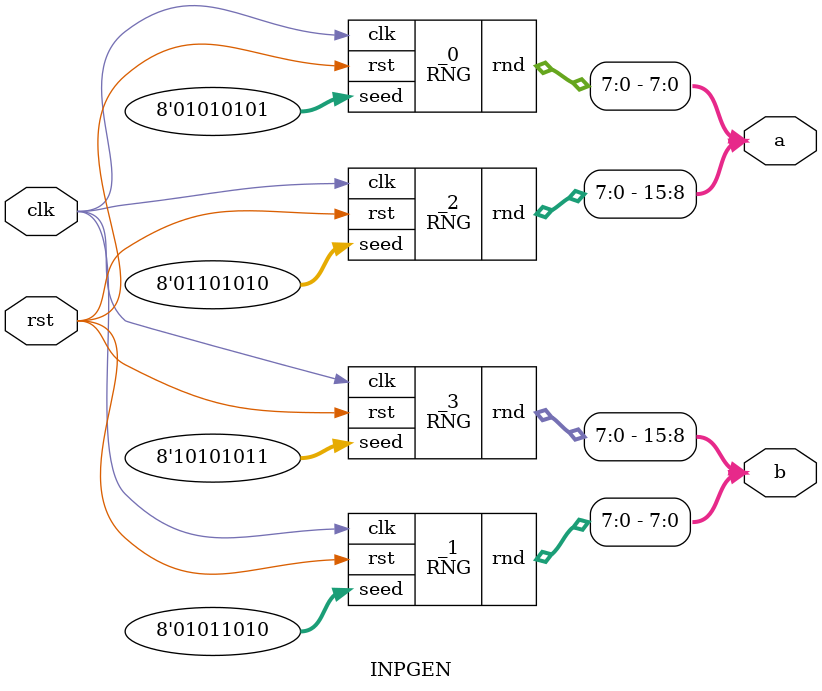
<source format=v>
module RNG (
    input clk,
    input rst,
    input [7:0] seed,
    output reg [7:0] rnd
);
    always @(posedge clk) begin
        if (rst) rnd <= seed;
        else begin
            rnd[7:1] <= rnd[6:0];
            rnd[0]   <= rnd[3] ^ rnd[4] ^ rnd[5] ^ rnd[7];
        end
    end
endmodule

module INPGEN (
    input clk,
    input rst,
    output [15:0] a,
    output [15:0] b
);
    RNG _0 (
        .clk (clk),
        .rst (rst),
        .seed(8'b01010101),
        .rnd (a[7:0])
    );

    RNG _1 (
        .clk (clk),
        .rst (rst),
        .seed(8'b01011010),
        .rnd (b[7:0])
    );

    RNG _2 (
        .clk (clk),
        .rst (rst),
        .seed(8'b01101010),
        .rnd (a[15:8])
    );

    RNG _3 (
        .clk (clk),
        .rst (rst),
        .seed(8'b10101011),
        .rnd (b[15:8])
    );

endmodule

</source>
